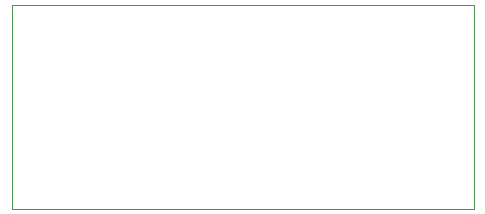
<source format=gbr>
%TF.GenerationSoftware,KiCad,Pcbnew,(6.0.7)*%
%TF.CreationDate,2022-09-05T13:16:07+02:00*%
%TF.ProjectId,blackmagic_mini,626c6163-6b6d-4616-9769-635f6d696e69,rev?*%
%TF.SameCoordinates,Original*%
%TF.FileFunction,Profile,NP*%
%FSLAX46Y46*%
G04 Gerber Fmt 4.6, Leading zero omitted, Abs format (unit mm)*
G04 Created by KiCad (PCBNEW (6.0.7)) date 2022-09-05 13:16:07*
%MOMM*%
%LPD*%
G01*
G04 APERTURE LIST*
%TA.AperFunction,Profile*%
%ADD10C,0.050000*%
%TD*%
G04 APERTURE END LIST*
D10*
X20000000Y-20000000D02*
X59095000Y-20000000D01*
X59095000Y-20000000D02*
X59095000Y-37215000D01*
X59095000Y-37215000D02*
X20000000Y-37215000D01*
X20000000Y-37215000D02*
X20000000Y-20000000D01*
M02*

</source>
